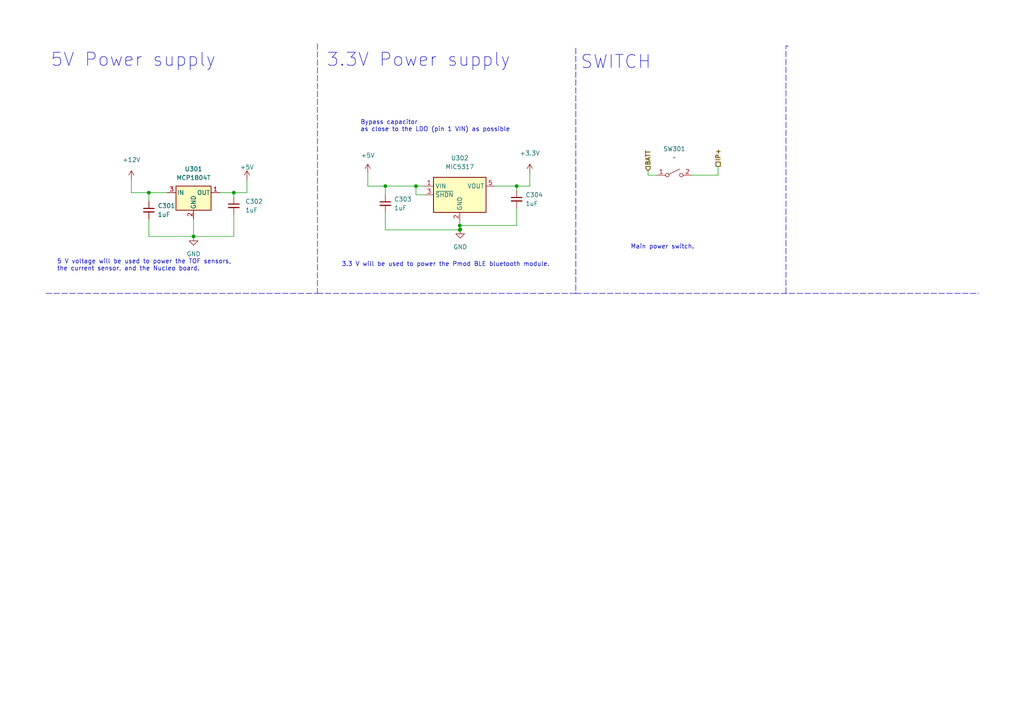
<source format=kicad_sch>
(kicad_sch (version 20211123) (generator eeschema)
  (paper "A4")
  (title_block (title "Power Supply") (company "Oulu University"))
  (lib_symbols
    (symbol "Device:C_Small" (pin_numbers hide) (pin_names (offset 0.254) hide)
      (property "Reference" "C" (at 0.254 1.778 0))
      (property "Value" "C_Small" (at 0.254 -2.032 0))
      (symbol "C_Small_0_1"
        (polyline (pts (xy -1.524 -0.508) (xy 1.524 -0.508)) (stroke (width 0.3302)))
        (polyline (pts (xy -1.524 0.508) (xy 1.524 0.508)) (stroke (width 0.3048)))
      )
      (symbol "C_Small_1_1"
        (pin passive line (at 0 2.54 270) (length 2.032) (name "~") (number "1"))
        (pin passive line (at 0 -2.54 90) (length 2.032) (name "~") (number "2"))
      )
    )
    (symbol "Regulator_Linear:MCP1802x-xx02xOT"
      (property "Reference" "U" (at -6.35 6.35 0))
      (property "Value" "MCP1802x-xx02xOT" (at 0 6.35 0))
      (symbol "MCP1802x-xx02xOT_0_1"
        (rectangle (start -7.62 5.08) (end 7.62 -5.08) (stroke (width 0.254)) (fill (type background)))
      )
      (symbol "MCP1802x-xx02xOT_1_1"
        (pin power_in line (at -10.16 2.54 0) (length 2.54) (name "VIN") (number "1"))
        (pin power_in line (at 0 -7.62 90) (length 2.54) (name "GND") (number "2"))
        (pin input line (at -10.16 0 0) (length 2.54) (name "~{SHDN}") (number "3"))
        (pin no_connect line (at 7.62 0 180) (length 2.54) hide (name "NC") (number "4"))
        (pin power_out line (at 10.16 2.54 180) (length 2.54) (name "VOUT") (number "5"))
      )
    )
    (symbol "Regulator_Linear:MCP1804x-1802xDB" (pin_names (offset 0.254))
      (property "Reference" "U" (at -3.81 3.175 0))
      (property "Value" "MCP1804x-1802xDB" (at -0.635 3.175 0))
      (symbol "MCP1804x-1802xDB_0_1"
        (rectangle (start -5.08 1.905) (end 5.08 -5.08) (stroke (width 0.254)) (fill (type background)))
      )
      (symbol "MCP1804x-1802xDB_1_1"
        (pin power_out line (at 7.62 0 180) (length 2.54) (name "OUT") (number "1"))
        (pin power_in line (at 0 -7.62 90) (length 2.54) (name "GND") (number "2"))
        (pin power_in line (at -7.62 0 0) (length 2.54) (name "IN") (number "3"))
      )
    )
    (symbol "Switch:SW_SPST" (pin_names (offset 0) hide)
      (property "Reference" "SW" (at 0 3.175 0))
      (property "Value" "SW_SPST" (at 0 -2.54 0))
      (symbol "SW_SPST_0_0"
        (circle (center -2.032 0) (radius 0.508))
        (polyline (pts (xy -1.524 0.254) (xy 1.524 1.778)))
        (circle (center 2.032 0) (radius 0.508))
      )
      (symbol "SW_SPST_1_1"
        (pin passive line (at -5.08 0 0) (length 2.54) (name "A") (number "1"))
        (pin passive line (at 5.08 0 180) (length 2.54) (name "B") (number "2"))
      )
    )
    (symbol "power:+12V" (power) (pin_names (offset 0))
      (property "Value" "+12V" (at 0 3.556 0))
      (symbol "+12V_0_1"
        (polyline (pts (xy -0.762 1.27) (xy 0 2.54)))
        (polyline (pts (xy 0 0) (xy 0 2.54)))
        (polyline (pts (xy 0 2.54) (xy 0.762 1.27)))
      )
      (symbol "+12V_1_1"
        (pin power_in line (at 0 0 90) (length 0) hide (name "+12V") (number "1"))
      )
    )
    (symbol "power:+3.3V" (power) (pin_names (offset 0))
      (property "Value" "+3.3V" (at 0 3.556 0))
      (symbol "+3.3V_0_1"
        (polyline (pts (xy -0.762 1.27) (xy 0 2.54)))
        (polyline (pts (xy 0 0) (xy 0 2.54)))
        (polyline (pts (xy 0 2.54) (xy 0.762 1.27)))
      )
      (symbol "+3.3V_1_1"
        (pin power_in line (at 0 0 90) (length 0) hide (name "+3.3V") (number "1"))
      )
    )
    (symbol "power:+5V" (power) (pin_names (offset 0))
      (property "Value" "+5V" (at 0 3.556 0))
      (symbol "+5V_0_1"
        (polyline (pts (xy -0.762 1.27) (xy 0 2.54)))
        (polyline (pts (xy 0 0) (xy 0 2.54)))
        (polyline (pts (xy 0 2.54) (xy 0.762 1.27)))
      )
      (symbol "+5V_1_1"
        (pin power_in line (at 0 0 90) (length 0) hide (name "+5V") (number "1"))
      )
    )
    (symbol "power:GND" (power) (pin_names (offset 0))
      (property "Value" "GND" (at 0 -3.81 0))
      (symbol "GND_0_1"
        (polyline (pts (xy 0 0) (xy 0 -1.27) (xy 1.27 -1.27) (xy 0 -2.54) (xy -1.27 -1.27) (xy 0 -1.27)))
      )
      (symbol "GND_1_1"
        (pin power_in line (at 0 0 270) (length 0) hide (name "GND") (number "1"))
      )
    )
  )
  (junction (at 133.477 66.548))
  (junction (at 149.86 53.975))
  (junction (at 133.35 66.675))
  (junction (at 111.76 53.975))
  (junction (at 133.35 65.405))
  (junction (at 56.134 68.58))
  (junction (at 43.18 55.88))
  (junction (at 67.818 55.88))
  (junction (at 120.65 53.975))
  (wire (pts (xy 208.28 50.8) (xy 200.66 50.8)))
  (wire (pts (xy 43.18 55.88) (xy 48.514 55.88)))
  (wire (pts (xy 71.628 52.07) (xy 71.628 55.88)))
  (polyline (pts (xy 167.005 85.09) (xy 219.075 85.09)))
  (wire (pts (xy 133.35 65.405) (xy 133.35 66.675)))
  (wire (pts (xy 133.35 66.675) (xy 133.477 66.548)))
  (wire (pts (xy 111.76 56.515) (xy 111.76 53.975)))
  (wire (pts (xy 56.134 63.5) (xy 56.134 68.58)))
  (wire (pts (xy 149.86 60.325) (xy 149.86 65.405)))
  (wire (pts (xy 43.18 58.42) (xy 43.18 55.88)))
  (wire (pts (xy 190.5 50.8) (xy 187.96 50.8)))
  (wire (pts (xy 106.68 53.975) (xy 106.68 50.165)))
  (wire (pts (xy 111.76 66.675) (xy 133.35 66.675)))
  (wire (pts (xy 111.76 53.975) (xy 106.68 53.975)))
  (wire (pts (xy 67.818 57.15) (xy 67.818 55.88)))
  (polyline (pts (xy 92.075 12.7) (xy 92.075 85.09)))
  (wire (pts (xy 149.86 53.975) (xy 143.51 53.975)))
  (wire (pts (xy 43.18 63.5) (xy 43.18 68.58)))
  (wire (pts (xy 120.65 53.975) (xy 123.19 53.975)))
  (polyline (pts (xy 227.965 85.09) (xy 227.965 13.335)))
  (wire (pts (xy 67.818 68.58) (xy 56.134 68.58)))
  (wire (pts (xy 149.86 65.405) (xy 133.35 65.405)))
  (wire (pts (xy 38.1 52.07) (xy 38.1 55.88)))
  (wire (pts (xy 153.67 50.165) (xy 153.67 53.975)))
  (polyline (pts (xy 167.005 13.97) (xy 167.005 85.09)))
  (polyline (pts (xy 13.335 85.09) (xy 92.075 85.09)))
  (wire (pts (xy 123.19 56.515) (xy 120.65 56.515)))
  (polyline (pts (xy 219.71 85.09) (xy 283.845 85.09)))
  (wire (pts (xy 120.65 56.515) (xy 120.65 53.975)))
  (wire (pts (xy 43.18 68.58) (xy 56.134 68.58)))
  (wire (pts (xy 208.28 48.26) (xy 208.28 50.8)))
  (wire (pts (xy 63.754 55.88) (xy 67.818 55.88)))
  (wire (pts (xy 133.35 64.135) (xy 133.35 65.405)))
  (wire (pts (xy 187.96 50.8) (xy 187.96 49.53)))
  (polyline (pts (xy 227.965 13.335) (xy 228.6 13.335)))
  (wire (pts (xy 43.18 55.88) (xy 38.1 55.88)))
  (wire (pts (xy 71.628 55.88) (xy 67.818 55.88)))
  (wire (pts (xy 67.818 62.23) (xy 67.818 68.58)))
  (wire (pts (xy 149.86 55.245) (xy 149.86 53.975)))
  (wire (pts (xy 111.76 53.975) (xy 120.65 53.975)))
  (polyline (pts (xy 92.075 85.09) (xy 167.005 85.09)))
  (wire (pts (xy 111.76 61.595) (xy 111.76 66.675)))
  (wire (pts (xy 153.67 53.975) (xy 149.86 53.975)))
  (text "Main power switch." (at 182.88 72.39 0) (effects (font (size 1.27 1.27)) (justify left bottom)))
  (text "SWITCH" (at 168.275 20.32 0) (effects (font (size 3.81 3.81)) (justify left bottom)))
  (text "5V Power supply" (at 14.605 19.685 0) (effects (font (size 3.81 3.81)) (justify left bottom)))
  (text "5 V voltage will be used to power the TOF sensors,\nthe current sensor, and the Nucleo board." (at 16.51 78.74 0) (effects (font (size 1.27 1.27)) (justify left bottom)))
  (text "3.3 V will be used to power the Pmod BLE bluetooth module." (at 99.06 77.47 0) (effects (font (size 1.27 1.27)) (justify left bottom)))
  (text "Bypass capacitor\nas close to the LDO (pin 1 VIN) as possible\n" (at 104.521 38.354 0) (effects (font (size 1.27 1.27)) (justify left bottom)))
  (text "3.3V Power supply" (at 94.615 19.685 0) (effects (font (size 3.81 3.81)) (justify left bottom)))
  (hierarchical_label "BATT" (shape input) (at 187.96 49.53 90) (effects (font bold)))
  (hierarchical_label "IP+" (shape passive) (at 208.28 48.26 90) (effects (font bold)))
  (symbol (lib_id "power:+5V") (at 71.628 52.07 0) (unit 1)
    (property "Reference" "#PWR0303" (effects hide))
    (property "Value" "+5V" (at 71.628 48.514 0))
  )
  (symbol (lib_id "power:GND") (at 56.134 68.58 0) (unit 1)
    (property "Reference" "#PWR0302" (effects hide))
    (property "Value" "GND" (at 56.134 73.66 0))
  )
  (symbol (lib_id "power:+12V") (at 38.1 52.07 0) (unit 1)
    (property "Reference" "#PWR0105" (effects hide))
    (property "Value" "+12V" (at 38.1 46.355 0))
  )
  (symbol (lib_id "Device:C_Small") (at 111.76 59.055 0) (unit 1)
    (property "Reference" "C303" (at 114.3 57.7912 0) (effects (justify left)))
    (property "Value" "1uF" (at 114.3 60.3312 0) (effects (justify left)))
    (property "Footprint" "Capacitor_SMD:C_0805_2012Metric" (effects hide))
    (property "Datasheet" "https://www.yageo.com/upload/media/product/productsearch/datasheet/mlcc/UPY-GPHC_X7R_6.3V-to-250V_22.pdf" (effects hide))
    (property "PurchaseLoc" "https://www.digikey.fi/fi/products/detail/yageo/CC0805KKX7R7BB105/2103103" (effects hide))
    (property "Price" "0.13" (effects hide))
  )
  (symbol (lib_id "Device:C_Small") (at 43.18 60.96 0) (unit 1)
    (property "Reference" "C301" (at 45.72 59.6962 0) (effects (justify left)))
    (property "Value" "1uF" (at 45.72 62.2362 0) (effects (justify left)))
    (property "Footprint" "Capacitor_SMD:C_0805_2012Metric" (effects hide))
    (property "Datasheet" "https://www.yageo.com/upload/media/product/productsearch/datasheet/mlcc/UPY-GPHC_X7R_6.3V-to-250V_22.pdf" (effects hide))
    (property "PurchaseLoc" "https://www.digikey.fi/fi/products/detail/yageo/CC0805KKX7R7BB105/2103103" (effects hide))
    (property "Price" "0.13" (effects hide))
  )
  (symbol (lib_id "Device:C_Small") (at 149.86 57.785 0) (unit 1)
    (property "Reference" "C304" (at 152.4 56.5212 0) (effects (justify left)))
    (property "Value" "1uF" (at 152.4 59.0612 0) (effects (justify left)))
    (property "Footprint" "Capacitor_SMD:C_0805_2012Metric" (effects hide))
    (property "Datasheet" "https://www.yageo.com/upload/media/product/productsearch/datasheet/mlcc/UPY-GPHC_X7R_6.3V-to-250V_22.pdf" (effects hide))
    (property "PurchaseLoc" "https://www.digikey.fi/fi/products/detail/yageo/CC0805KKX7R7BB105/2103103" (effects hide))
    (property "Price" "0.13" (effects hide))
  )
  (symbol (lib_id "Regulator_Linear:MCP1802x-xx02xOT") (at 133.35 56.515 0) (unit 1)
    (property "Reference" "U302" (at 133.35 45.847 0))
    (property "Value" "MIC5317" (at 133.35 48.387 0))
    (property "Footprint" "Package_TO_SOT_SMD:SOT-23-5" (effects hide))
    (property "Datasheet" "https://ww1.microchip.com/downloads/en/DeviceDoc/MIC5317-High-Performance-Single-150mA-LDO-DS20006195B.pdf" (effects hide))
    (property "PurchaseLoc" "https://www.digikey.fi/fi/products/detail/microchip-technology/MIC5317-2-8YM5-TR/5049114" (effects hide))
    (property "Price" "0.71" (effects hide))
  )
  (symbol (lib_id "Regulator_Linear:MCP1804x-1802xDB") (at 56.134 55.88 0) (unit 1)
    (property "Reference" "U301" (at 56.134 49.022 0))
    (property "Value" "MCP1804T" (at 56.134 51.562 0))
    (property "Footprint" "Package_TO_SOT_SMD:SOT-223-3_TabPin2" (effects hide))
    (property "Datasheet" "http://ww1.microchip.com/downloads/en/DeviceDoc/20002200D.pdf" (effects hide))
    (property "PurchaseLoc" "https://www.digikey.fi/en/products/detail/microchip-technology/MCP1804T-5002I-DB/2171415?s=N4IgTCBcDaILIGEAKBGAHABgCwBUC0ArBhmAJID0AIgEIgC6AvkA" (effects hide))
    (property "Price" "0.94" (effects hide))
  )
  (symbol (lib_id "power:+3.3V") (at 153.67 50.165 0) (unit 1)
    (property "Reference" "#PWR0104" (effects hide))
    (property "Value" "+3.3V" (at 153.67 44.45 0))
  )
  (symbol (lib_id "power:+5V") (at 106.68 50.165 0) (unit 1)
    (property "Reference" "#PWR0304" (effects hide))
    (property "Value" "+5V" (at 106.68 45.085 0))
  )
  (symbol (lib_id "power:GND") (at 133.477 66.548 0) (unit 1)
    (property "Reference" "#PWR0305" (effects hide))
    (property "Value" "GND" (at 133.477 71.628 0))
  )
  (symbol (lib_id "Device:C_Small") (at 67.818 59.69 0) (unit 1)
    (property "Reference" "C302" (at 71.12 58.4262 0) (effects (justify left)))
    (property "Value" "1uF" (at 71.12 60.9662 0) (effects (justify left)))
    (property "Footprint" "Capacitor_SMD:C_0805_2012Metric" (effects hide))
    (property "Datasheet" "https://www.yageo.com/upload/media/product/productsearch/datasheet/mlcc/UPY-GPHC_X7R_6.3V-to-250V_22.pdf" (effects hide))
    (property "PurchaseLoc" "https://www.digikey.fi/fi/products/detail/yageo/CC0805KKX7R7BB105/2103103" (effects hide))
    (property "Price" "0.13" (effects hide))
  )
  (symbol (lib_id "Switch:SW_SPST") (at 195.58 50.8 0) (unit 1)
    (property "Reference" "SW301" (at 195.58 43.18 0))
    (property "Value" "~" (at 195.58 45.72 0))
    (property "Footprint" "SWITCH lib:E-SWITCH_RR511D1121" (effects hide))
    (property "Price" "1.05" (effects hide))
    (property "PurchaseLoc" "https://www.digikey.com/en/products/detail/e-switch/RR511D1121/2116256" (effects hide))
  )
)
</source>
